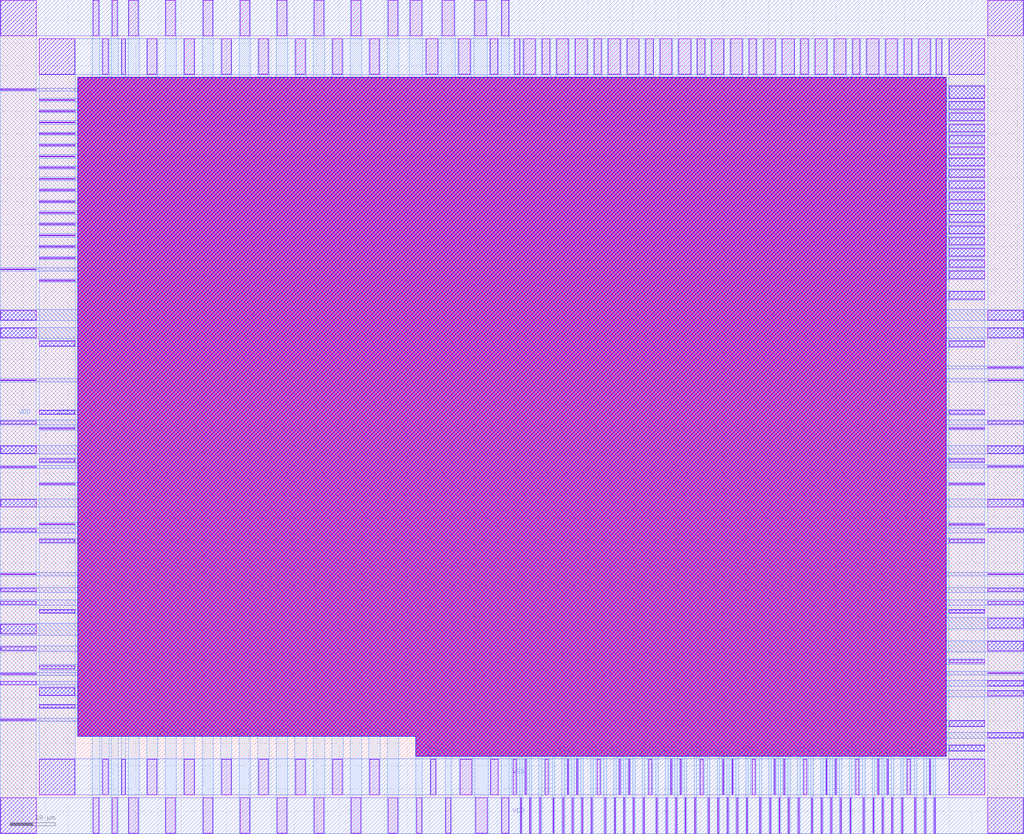
<source format=lef>
# Confidential Information of Artisan Components, Inc.
# Use subject to Artisan Components license.
# Copyright (c) 2003 Artisan Components, Inc.

# ACI Version 2002Q3V1

# Bifilator $Revision: 1.161 $
# ADDED ANTENNAEGATEAREA TO LEF


VERSION 5.4 ;


NAMESCASESENSITIVE ON ;

#BUSBITCHARS "[]" ;

# name: ROM-DIFF-HS ROM Generator|TSMC CL013G Process
# version: 2002Q3V1
# comment: 
# configuration:  -instname "rom_512x16A" -words 512 -bits 16 -frequency 166 -ring_width 8 -code_file "rom_512x16A_verilog.rcf" -mux 8 -drive 6 -top_layer met8 -power_type rings -horiz met3 -vert met4 -cust_comment "" -left_bus_delim "[" -right_bus_delim "]" -pwr_gnd_rename "VDD:VDD,GND:VSS" -prefix "" -pin_space 0.0 -name_case upper -check_instname on -diodes on -inside_ring_type GND

# codefile: rom_512x16A_verilog.rcf


MACRO rom_512x16A
  CLASS RING ;
  FOREIGN rom_512x16A 0 0 ;
  ORIGIN 0 0 ;
  SIZE 226.465 BY 184.645 ;
  SYMMETRY X Y R90 ;
  PIN A[0]
    DIRECTION INPUT ;
    USE SIGNAL ;
    AntennaGateArea  0.039 ;
    PORT
      LAYER METAL1 ;
      RECT 84.54 21.52 85.2 22.18 ;
      LAYER METAL2 ;
      RECT 84.54 21.52 85.2 22.18 ;
      LAYER METAL3 ;
      RECT 84.54 21.52 85.2 22.18 ;
      LAYER METAL4 ;
      RECT 84.54 21.52 85.2 22.18 ;
      END
    END A[0]
  PIN A[1]
    DIRECTION INPUT ;
    USE SIGNAL ;
    AntennaGateArea  0.039 ;
    PORT
      LAYER METAL1 ;
      RECT 80.44 21.52 81.1 22.18 ;
      LAYER METAL2 ;
      RECT 80.44 21.52 81.1 22.18 ;
      LAYER METAL3 ;
      RECT 80.44 21.52 81.1 22.18 ;
      LAYER METAL4 ;
      RECT 80.44 21.52 81.1 22.18 ;
      END
    END A[1]
  PIN A[2]
    DIRECTION INPUT ;
    AntennaGateArea  0.039 ;
    USE SIGNAL ;
    PORT
      LAYER METAL1 ;
      RECT 76.34 21.52 77 22.18 ;
      LAYER METAL2 ;
      RECT 76.34 21.52 77 22.18 ;
      LAYER METAL3 ;
      RECT 76.34 21.52 77 22.18 ;
      LAYER METAL4 ;
      RECT 76.34 21.52 77 22.18 ;
      END
    END A[2]
  PIN A[3]
    DIRECTION INPUT ;
    USE SIGNAL ;
    AntennaGateArea  0.039 ;
    PORT
      LAYER METAL1 ;
      RECT 59.94 21.52 60.6 22.18 ;
      LAYER METAL2 ;
      RECT 59.94 21.52 60.6 22.18 ;
      LAYER METAL3 ;
      RECT 59.94 21.52 60.6 22.18 ;
      LAYER METAL4 ;
      RECT 59.94 21.52 60.6 22.18 ;
      END
    END A[3]
  PIN A[4]
    DIRECTION INPUT ;
    USE SIGNAL ;
    AntennaGateArea  0.039 ;
    PORT
      LAYER METAL1 ;
      RECT 55.84 21.52 56.5 22.18 ;
      LAYER METAL2 ;
      RECT 55.84 21.52 56.5 22.18 ;
      LAYER METAL3 ;
      RECT 55.84 21.52 56.5 22.18 ;
      LAYER METAL4 ;
      RECT 55.84 21.52 56.5 22.18 ;
      END
    END A[4]
  PIN A[5]
    DIRECTION INPUT ;
    USE SIGNAL ;
    AntennaGateArea  0.039 ;
    PORT
      LAYER METAL1 ;
      RECT 51.74 21.52 52.4 22.18 ;
      LAYER METAL2 ;
      RECT 51.74 21.52 52.4 22.18 ;
      LAYER METAL3 ;
      RECT 51.74 21.52 52.4 22.18 ;
      LAYER METAL4 ;
      RECT 51.74 21.52 52.4 22.18 ;
      END
    END A[5]
  PIN A[6]
    DIRECTION INPUT ;
    USE SIGNAL ;
    AntennaGateArea  0.039 ;
    PORT
      LAYER METAL1 ;
      RECT 43.54 21.52 44.2 22.18 ;
      LAYER METAL2 ;
      RECT 43.54 21.52 44.2 22.18 ;
      LAYER METAL3 ;
      RECT 43.54 21.52 44.2 22.18 ;
      LAYER METAL4 ;
      RECT 43.54 21.52 44.2 22.18 ;
      END
    END A[6]
  PIN A[7]
    DIRECTION INPUT ;
    USE SIGNAL ;
    AntennaGateArea  0.039 ;
    PORT
      LAYER METAL1 ;
      RECT 39.44 21.52 40.1 22.18 ;
      LAYER METAL2 ;
      RECT 39.44 21.52 40.1 22.18 ;
      LAYER METAL3 ;
      RECT 39.44 21.52 40.1 22.18 ;
      LAYER METAL4 ;
      RECT 39.44 21.52 40.1 22.18 ;
      END
    END A[7]
  PIN A[8]
    DIRECTION INPUT ;
    USE SIGNAL ;
    AntennaGateArea  0.039 ;
    PORT
      LAYER METAL1 ;
      RECT 35.34 21.52 36 22.18 ;
      LAYER METAL2 ;
      RECT 35.34 21.52 36 22.18 ;
      LAYER METAL3 ;
      RECT 35.34 21.52 36 22.18 ;
      LAYER METAL4 ;
      RECT 35.34 21.52 36 22.18 ;
      END
    END A[8]
  PIN CEN
    DIRECTION INPUT ;
    USE SIGNAL ;
    AntennaGateArea  0.039 ;
    PORT
      LAYER METAL1 ;
      RECT 93.91 17.2 94.57 17.86 ;
      LAYER METAL2 ;
      RECT 93.91 17.2 94.57 17.86 ;
      LAYER METAL3 ;
      RECT 93.91 17.2 94.57 17.86 ;
      LAYER METAL4 ;
      RECT 93.91 17.2 94.57 17.86 ;
      END
    END CEN
  PIN CLK
    DIRECTION INPUT ;
    USE CLOCK ;
    AntennaGateArea  0.039 ;
    PORT
      LAYER METAL1 ;
      RECT 97.065 17.2 97.725 17.86 ;
      LAYER METAL2 ;
      RECT 97.065 17.2 97.725 17.86 ;
      LAYER METAL3 ;
      RECT 97.065 17.2 97.725 17.86 ;
      LAYER METAL4 ;
      RECT 97.065 17.2 97.725 17.86 ;
      END
    END CLK
  PIN Q[0]
    DIRECTION OUTPUT ;
    USE SIGNAL ;
    PORT
      LAYER METAL1 ;
      RECT 118.055 17.2 118.715 17.86 ;
      LAYER METAL2 ;
      RECT 118.055 17.2 118.715 17.86 ;
      LAYER METAL3 ;
      RECT 118.055 17.2 118.715 17.86 ;
      LAYER METAL4 ;
      RECT 118.055 17.2 118.715 17.86 ;
      END
    END Q[0]
  PIN Q[10]
    DIRECTION OUTPUT ;
    USE SIGNAL ;
    PORT
      LAYER METAL1 ;
      RECT 175.255 17.2 175.915 17.86 ;
      LAYER METAL2 ;
      RECT 175.255 17.2 175.915 17.86 ;
      LAYER METAL3 ;
      RECT 175.255 17.2 175.915 17.86 ;
      LAYER METAL4 ;
      RECT 175.255 17.2 175.915 17.86 ;
      END
    END Q[10]
  PIN Q[11]
    DIRECTION OUTPUT ;
    USE SIGNAL ;
    PORT
      LAYER METAL1 ;
      RECT 180.375 17.2 181.035 17.86 ;
      LAYER METAL2 ;
      RECT 180.375 17.2 181.035 17.86 ;
      LAYER METAL3 ;
      RECT 180.375 17.2 181.035 17.86 ;
      LAYER METAL4 ;
      RECT 180.375 17.2 181.035 17.86 ;
      END
    END Q[11]
  PIN Q[12]
    DIRECTION OUTPUT ;
    USE SIGNAL ;
    PORT
      LAYER METAL1 ;
      RECT 186.695 17.2 187.355 17.86 ;
      LAYER METAL2 ;
      RECT 186.695 17.2 187.355 17.86 ;
      LAYER METAL3 ;
      RECT 186.695 17.2 187.355 17.86 ;
      LAYER METAL4 ;
      RECT 186.695 17.2 187.355 17.86 ;
      END
    END Q[12]
  PIN Q[13]
    DIRECTION OUTPUT ;
    USE SIGNAL ;
    PORT
      LAYER METAL1 ;
      RECT 191.815 17.2 192.475 17.86 ;
      LAYER METAL2 ;
      RECT 191.815 17.2 192.475 17.86 ;
      LAYER METAL3 ;
      RECT 191.815 17.2 192.475 17.86 ;
      LAYER METAL4 ;
      RECT 191.815 17.2 192.475 17.86 ;
      END
    END Q[13]
  PIN Q[14]
    DIRECTION OUTPUT ;
    USE SIGNAL ;
    PORT
      LAYER METAL1 ;
      RECT 198.135 17.2 198.795 17.86 ;
      LAYER METAL2 ;
      RECT 198.135 17.2 198.795 17.86 ;
      LAYER METAL3 ;
      RECT 198.135 17.2 198.795 17.86 ;
      LAYER METAL4 ;
      RECT 198.135 17.2 198.795 17.86 ;
      END
    END Q[14]
  PIN Q[15]
    DIRECTION OUTPUT ;
    USE SIGNAL ;
    PORT
      LAYER METAL1 ;
      RECT 203.255 17.2 203.915 17.86 ;
      LAYER METAL2 ;
      RECT 203.255 17.2 203.915 17.86 ;
      LAYER METAL3 ;
      RECT 203.255 17.2 203.915 17.86 ;
      LAYER METAL4 ;
      RECT 203.255 17.2 203.915 17.86 ;
      END
    END Q[15]
  PIN Q[1]
    DIRECTION OUTPUT ;
    USE SIGNAL ;
    PORT
      LAYER METAL1 ;
      RECT 123.175 17.2 123.835 17.86 ;
      LAYER METAL2 ;
      RECT 123.175 17.2 123.835 17.86 ;
      LAYER METAL3 ;
      RECT 123.175 17.2 123.835 17.86 ;
      LAYER METAL4 ;
      RECT 123.175 17.2 123.835 17.86 ;
      END
    END Q[1]
  PIN Q[2]
    DIRECTION OUTPUT ;
    USE SIGNAL ;
    PORT
      LAYER METAL1 ;
      RECT 129.495 17.2 130.155 17.86 ;
      LAYER METAL2 ;
      RECT 129.495 17.2 130.155 17.86 ;
      LAYER METAL3 ;
      RECT 129.495 17.2 130.155 17.86 ;
      LAYER METAL4 ;
      RECT 129.495 17.2 130.155 17.86 ;
      END
    END Q[2]
  PIN Q[3]
    DIRECTION OUTPUT ;
    USE SIGNAL ;
    PORT
      LAYER METAL1 ;
      RECT 134.615 17.2 135.275 17.86 ;
      LAYER METAL2 ;
      RECT 134.615 17.2 135.275 17.86 ;
      LAYER METAL3 ;
      RECT 134.615 17.2 135.275 17.86 ;
      LAYER METAL4 ;
      RECT 134.615 17.2 135.275 17.86 ;
      END
    END Q[3]
  PIN Q[4]
    DIRECTION OUTPUT ;
    USE SIGNAL ;
    PORT
      LAYER METAL1 ;
      RECT 140.935 17.2 141.595 17.86 ;
      LAYER METAL2 ;
      RECT 140.935 17.2 141.595 17.86 ;
      LAYER METAL3 ;
      RECT 140.935 17.2 141.595 17.86 ;
      LAYER METAL4 ;
      RECT 140.935 17.2 141.595 17.86 ;
      END
    END Q[4]
  PIN Q[5]
    DIRECTION OUTPUT ;
    USE SIGNAL ;
    PORT
      LAYER METAL1 ;
      RECT 146.055 17.2 146.715 17.86 ;
      LAYER METAL2 ;
      RECT 146.055 17.2 146.715 17.86 ;
      LAYER METAL3 ;
      RECT 146.055 17.2 146.715 17.86 ;
      LAYER METAL4 ;
      RECT 146.055 17.2 146.715 17.86 ;
      END
    END Q[5]
  PIN Q[6]
    DIRECTION OUTPUT ;
    USE SIGNAL ;
    PORT
      LAYER METAL1 ;
      RECT 152.375 17.2 153.035 17.86 ;
      LAYER METAL2 ;
      RECT 152.375 17.2 153.035 17.86 ;
      LAYER METAL3 ;
      RECT 152.375 17.2 153.035 17.86 ;
      LAYER METAL4 ;
      RECT 152.375 17.2 153.035 17.86 ;
      END
    END Q[6]
  PIN Q[7]
    DIRECTION OUTPUT ;
    USE SIGNAL ;
    PORT
      LAYER METAL1 ;
      RECT 157.495 17.2 158.155 17.86 ;
      LAYER METAL2 ;
      RECT 157.495 17.2 158.155 17.86 ;
      LAYER METAL3 ;
      RECT 157.495 17.2 158.155 17.86 ;
      LAYER METAL4 ;
      RECT 157.495 17.2 158.155 17.86 ;
      END
    END Q[7]
  PIN Q[8]
    DIRECTION OUTPUT ;
    USE SIGNAL ;
    PORT
      LAYER METAL1 ;
      RECT 163.815 17.2 164.475 17.86 ;
      LAYER METAL2 ;
      RECT 163.815 17.2 164.475 17.86 ;
      LAYER METAL3 ;
      RECT 163.815 17.2 164.475 17.86 ;
      LAYER METAL4 ;
      RECT 163.815 17.2 164.475 17.86 ;
      END
    END Q[8]
  PIN Q[9]
    DIRECTION OUTPUT ;
    USE SIGNAL ;
    PORT
      LAYER METAL1 ;
      RECT 168.935 17.2 169.595 17.86 ;
      LAYER METAL2 ;
      RECT 168.935 17.2 169.595 17.86 ;
      LAYER METAL3 ;
      RECT 168.935 17.2 169.595 17.86 ;
      LAYER METAL4 ;
      RECT 168.935 17.2 169.595 17.86 ;
      END
    END Q[9]
  PIN VDD
    DIRECTION INOUT ;
    USE POWER ;
    SHAPE RING ;
    PORT
      LAYER METAL3 ;
      RECT 226.465 176.645 0 184.645 ;
      LAYER METAL3 ;
      RECT 0 0 226.465 8 ;
      LAYER METAL4 ;
      RECT 218.465 0 226.465 184.645 ;
      LAYER METAL4 ;
      RECT 0 184.645 8 0 ;
      END
    END VDD
  PIN VSS
    DIRECTION INOUT ;
    USE GROUND ;
    SHAPE RING ;
    PORT
      LAYER METAL3 ;
      RECT 217.865 168.045 8.6 176.045 ;
      LAYER METAL3 ;
      RECT 8.6 8.6 217.865 16.6 ;
      LAYER METAL4 ;
      RECT 209.865 8.6 217.865 176.045 ;
      LAYER METAL4 ;
      RECT 8.6 176.045 16.6 8.6 ;
      END
    END VSS
  OBS
    LAYER OVERLAP ;
    POLYGON 17.2 21.52 91.99 21.52 91.99 17.2 209.265 17.2 209.265 167.445
      17.2 167.445 ;
    LAYER VIA12 ;
    POLYGON 17.2 21.52 91.99 21.52 91.99 17.2 209.265 17.2 209.265 167.445
      17.2 167.445 ;
    LAYER VIA23 ;
    POLYGON 17.2 21.52 91.99 21.52 91.99 17.2 209.265 17.2 209.265 167.445
      17.2 167.445 ;
    LAYER VIA34 ;
    POLYGON 17.2 21.52 91.99 21.52 91.99 17.2 209.265 17.2 209.265 167.445
      17.2 167.445 ;
    LAYER VIA45 ;
    POLYGON 17.2 21.52 91.99 21.52 91.99 17.2 209.265 17.2 209.265 167.445
      17.2 167.445 ;
    LAYER METAL1 ;
    POLYGON 17.2 167.445 17.2 21.52 35.16 21.52 35.16 22.36 36.18 22.36
      36.18 21.52 39.26 21.52 39.26 22.36 40.28 22.36 40.28 21.52 43.36 21.52
      43.36 22.36 44.38 22.36 44.38 21.52 51.56 21.52 51.56 22.36 52.58 22.36
      52.58 21.52 55.66 21.52 55.66 22.36 56.68 22.36 56.68 21.52 59.76 21.52
      59.76 22.36 60.78 22.36 60.78 21.52 76.16 21.52 76.16 22.36 77.18 22.36
      77.18 21.52 80.26 21.52 80.26 22.36 81.28 22.36 81.28 21.52 84.36 21.52
      84.36 22.36 85.38 22.36 85.38 21.52 91.99 21.52 91.99 17.2 93.73 17.2
      93.73 18.04 94.75 18.04 94.75 17.2 96.885 17.2 96.885 18.04
      97.905 18.04 97.905 17.2 117.875 17.2 117.875 18.04 118.895 18.04
      118.895 17.2 122.995 17.2 122.995 18.04 124.015 18.04 124.015 17.2
      129.315 17.2 129.315 18.04 130.335 18.04 130.335 17.2 134.435 17.2
      134.435 18.04 135.455 18.04 135.455 17.2 140.755 17.2 140.755 18.04
      141.775 18.04 141.775 17.2 145.875 17.2 145.875 18.04 146.895 18.04
      146.895 17.2 152.195 17.2 152.195 18.04 153.215 18.04 153.215 17.2
      157.315 17.2 157.315 18.04 158.335 18.04 158.335 17.2 163.635 17.2
      163.635 18.04 164.655 18.04 164.655 17.2 168.755 17.2 168.755 18.04
      169.775 18.04 169.775 17.2 175.075 17.2 175.075 18.04 176.095 18.04
      176.095 17.2 180.195 17.2 180.195 18.04 181.215 18.04 181.215 17.2
      186.515 17.2 186.515 18.04 187.535 18.04 187.535 17.2 191.635 17.2
      191.635 18.04 192.655 18.04 192.655 17.2 197.955 17.2 197.955 18.04
      198.975 18.04 198.975 17.2 203.075 17.2 203.075 18.04 204.095 18.04
      204.095 17.2 209.265 17.2 209.265 167.445 ;
    LAYER METAL2 ;
    POLYGON 17.2 167.445 17.2 21.52 35.13 21.52 35.13 22.39 36.21 22.39
      36.21 21.52 39.23 21.52 39.23 22.39 40.31 22.39 40.31 21.52 43.33 21.52
      43.33 22.39 44.41 22.39 44.41 21.52 51.53 21.52 51.53 22.39 52.61 22.39
      52.61 21.52 55.63 21.52 55.63 22.39 56.71 22.39 56.71 21.52 59.73 21.52
      59.73 22.39 60.81 22.39 60.81 21.52 76.13 21.52 76.13 22.39 77.21 22.39
      77.21 21.52 80.23 21.52 80.23 22.39 81.31 22.39 81.31 21.52 84.33 21.52
      84.33 22.39 85.41 22.39 85.41 21.52 91.99 21.52 91.99 17.2 93.7 17.2
      93.7 18.07 94.78 18.07 94.78 17.2 96.855 17.2 96.855 18.07 97.935 18.07
      97.935 17.2 117.845 17.2 117.845 18.07 118.925 18.07 118.925 17.2
      122.965 17.2 122.965 18.07 124.045 18.07 124.045 17.2 129.285 17.2
      129.285 18.07 130.365 18.07 130.365 17.2 134.405 17.2 134.405 18.07
      135.485 18.07 135.485 17.2 140.725 17.2 140.725 18.07 141.805 18.07
      141.805 17.2 145.845 17.2 145.845 18.07 146.925 18.07 146.925 17.2
      152.165 17.2 152.165 18.07 153.245 18.07 153.245 17.2 157.285 17.2
      157.285 18.07 158.365 18.07 158.365 17.2 163.605 17.2 163.605 18.07
      164.685 18.07 164.685 17.2 168.725 17.2 168.725 18.07 169.805 18.07
      169.805 17.2 175.045 17.2 175.045 18.07 176.125 18.07 176.125 17.2
      180.165 17.2 180.165 18.07 181.245 18.07 181.245 17.2 186.485 17.2
      186.485 18.07 187.565 18.07 187.565 17.2 191.605 17.2 191.605 18.07
      192.685 18.07 192.685 17.2 197.925 17.2 197.925 18.07 199.005 18.07
      199.005 17.2 203.045 17.2 203.045 18.07 204.125 18.07 204.125 17.2
      209.265 17.2 209.265 167.445 ;
    LAYER METAL3 ;
    POLYGON 17.2 167.445 17.2 21.52 35.13 21.52 35.13 22.39 36.21 22.39
      36.21 21.52 39.23 21.52 39.23 22.39 40.31 22.39 40.31 21.52 43.33 21.52
      43.33 22.39 44.41 22.39 44.41 21.52 51.53 21.52 51.53 22.39 52.61 22.39
      52.61 21.52 55.63 21.52 55.63 22.39 56.71 22.39 56.71 21.52 59.73 21.52
      59.73 22.39 60.81 22.39 60.81 21.52 76.13 21.52 76.13 22.39 77.21 22.39
      77.21 21.52 80.23 21.52 80.23 22.39 81.31 22.39 81.31 21.52 84.33 21.52
      84.33 22.39 85.41 22.39 85.41 21.52 91.99 21.52 91.99 17.2 93.7 17.2
      93.7 18.07 94.78 18.07 94.78 17.2 96.855 17.2 96.855 18.07 97.935 18.07
      97.935 17.2 117.845 17.2 117.845 18.07 118.925 18.07 118.925 17.2
      122.965 17.2 122.965 18.07 124.045 18.07 124.045 17.2 129.285 17.2
      129.285 18.07 130.365 18.07 130.365 17.2 134.405 17.2 134.405 18.07
      135.485 18.07 135.485 17.2 140.725 17.2 140.725 18.07 141.805 18.07
      141.805 17.2 145.845 17.2 145.845 18.07 146.925 18.07 146.925 17.2
      152.165 17.2 152.165 18.07 153.245 18.07 153.245 17.2 157.285 17.2
      157.285 18.07 158.365 18.07 158.365 17.2 163.605 17.2 163.605 18.07
      164.685 18.07 164.685 17.2 168.725 17.2 168.725 18.07 169.805 18.07
      169.805 17.2 175.045 17.2 175.045 18.07 176.125 18.07 176.125 17.2
      180.165 17.2 180.165 18.07 181.245 18.07 181.245 17.2 186.485 17.2
      186.485 18.07 187.565 18.07 187.565 17.2 191.605 17.2 191.605 18.07
      192.685 18.07 192.685 17.2 197.925 17.2 197.925 18.07 199.005 18.07
      199.005 17.2 203.045 17.2 203.045 18.07 204.125 18.07 204.125 17.2
      209.265 17.2 209.265 167.445 ;
    LAYER METAL4 ;
    POLYGON 17.2 167.445 17.2 21.52 35.13 21.52 35.13 22.39 36.21 22.39
      36.21 21.52 39.23 21.52 39.23 22.39 40.31 22.39 40.31 21.52 43.33 21.52
      43.33 22.39 44.41 22.39 44.41 21.52 51.53 21.52 51.53 22.39 52.61 22.39
      52.61 21.52 55.63 21.52 55.63 22.39 56.71 22.39 56.71 21.52 59.73 21.52
      59.73 22.39 60.81 22.39 60.81 21.52 76.13 21.52 76.13 22.39 77.21 22.39
      77.21 21.52 80.23 21.52 80.23 22.39 81.31 22.39 81.31 21.52 84.33 21.52
      84.33 22.39 85.41 22.39 85.41 21.52 91.99 21.52 91.99 17.2 93.7 17.2
      93.7 18.07 94.78 18.07 94.78 17.2 96.855 17.2 96.855 18.07 97.935 18.07
      97.935 17.2 117.845 17.2 117.845 18.07 118.925 18.07 118.925 17.2
      122.965 17.2 122.965 18.07 124.045 18.07 124.045 17.2 129.285 17.2
      129.285 18.07 130.365 18.07 130.365 17.2 134.405 17.2 134.405 18.07
      135.485 18.07 135.485 17.2 140.725 17.2 140.725 18.07 141.805 18.07
      141.805 17.2 145.845 17.2 145.845 18.07 146.925 18.07 146.925 17.2
      152.165 17.2 152.165 18.07 153.245 18.07 153.245 17.2 157.285 17.2
      157.285 18.07 158.365 18.07 158.365 17.2 163.605 17.2 163.605 18.07
      164.685 18.07 164.685 17.2 168.725 17.2 168.725 18.07 169.805 18.07
      169.805 17.2 175.045 17.2 175.045 18.07 176.125 18.07 176.125 17.2
      180.165 17.2 180.165 18.07 181.245 18.07 181.245 17.2 186.485 17.2
      186.485 18.07 187.565 18.07 187.565 17.2 191.605 17.2 191.605 18.07
      192.685 18.07 192.685 17.2 197.925 17.2 197.925 18.07 199.005 18.07
      199.005 17.2 203.045 17.2 203.045 18.07 204.125 18.07 204.125 17.2
      209.265 17.2 209.265 167.445 ;
    LAYER VIA34 ;
    RECT 209.93 168.11 217.8 175.98 ;
    LAYER VIA34 ;
    RECT 8.665 8.665 16.535 16.535 ;
    LAYER VIA34 ;
    RECT 209.93 8.665 217.8 16.535 ;
    LAYER VIA34 ;
    RECT 8.665 168.11 16.535 175.98 ;
    LAYER VIA34 ;
    RECT 218.53 176.71 226.4 184.58 ;
    LAYER VIA34 ;
    RECT 0.065 0.065 7.935 7.935 ;
    LAYER VIA34 ;
    RECT 218.53 0.065 226.4 7.935 ;
    LAYER VIA34 ;
    RECT 0.065 176.71 7.935 184.58 ;
    LAYER METAL4 ;
    RECT 20.41 167.445 21.99 184.645 ;
    LAYER METAL4 ;
    RECT 24.57 167.445 26.15 184.645 ;
    LAYER METAL4 ;
    RECT 28.27 167.445 30.77 184.645 ;
    LAYER METAL4 ;
    RECT 36.47 167.445 38.97 184.645 ;
    LAYER METAL4 ;
    RECT 44.67 167.445 47.17 184.645 ;
    LAYER METAL4 ;
    RECT 52.87 167.445 55.37 184.645 ;
    LAYER METAL4 ;
    RECT 61.07 167.445 63.57 184.645 ;
    LAYER METAL4 ;
    RECT 69.27 167.445 71.77 184.645 ;
    LAYER METAL4 ;
    RECT 77.47 167.445 79.97 184.645 ;
    LAYER METAL4 ;
    RECT 85.67 167.445 88.17 184.645 ;
    LAYER METAL4 ;
    RECT 90.49 167.445 93.49 184.645 ;
    LAYER METAL4 ;
    RECT 97.63 167.445 100.63 184.645 ;
    LAYER METAL4 ;
    RECT 104.77 167.445 107.77 184.645 ;
    LAYER METAL4 ;
    RECT 110.85 167.445 112.65 184.645 ;
    LAYER METAL4 ;
    RECT 20.41 21.52 21.99 0 ;
    LAYER METAL4 ;
    RECT 24.57 21.52 26.15 0 ;
    LAYER METAL4 ;
    RECT 28.27 21.52 30.77 0 ;
    LAYER METAL4 ;
    RECT 36.47 21.52 38.97 0 ;
    LAYER METAL4 ;
    RECT 44.67 21.52 47.17 0 ;
    LAYER METAL4 ;
    RECT 52.87 21.52 55.37 0 ;
    LAYER METAL4 ;
    RECT 61.07 21.52 63.57 0 ;
    LAYER METAL4 ;
    RECT 69.27 21.52 71.77 0 ;
    LAYER METAL4 ;
    RECT 77.47 21.52 79.97 0 ;
    LAYER METAL4 ;
    RECT 85.67 21.52 88.17 0 ;
    LAYER METAL4 ;
    RECT 91.99 17.2 93.39 0 ;
    LAYER METAL4 ;
    RECT 98.415 17.2 99.815 0 ;
    LAYER METAL4 ;
    RECT 105 17.2 108 0 ;
    LAYER METAL4 ;
    RECT 110.85 17.2 112.65 0 ;
    LAYER METAL4 ;
    RECT 114.935 17.2 115.515 0 ;
    LAYER METAL4 ;
    RECT 117.015 17.2 117.595 0 ;
    LAYER METAL4 ;
    RECT 119.185 17.2 119.765 0 ;
    LAYER METAL4 ;
    RECT 122.125 17.2 122.705 0 ;
    LAYER METAL4 ;
    RECT 124.295 17.2 124.875 0 ;
    LAYER METAL4 ;
    RECT 126.375 17.2 126.955 0 ;
    LAYER METAL4 ;
    RECT 128.455 17.2 129.035 0 ;
    LAYER METAL4 ;
    RECT 130.625 17.2 131.205 0 ;
    LAYER METAL4 ;
    RECT 133.565 17.2 134.145 0 ;
    LAYER METAL4 ;
    RECT 135.735 17.2 136.315 0 ;
    LAYER METAL4 ;
    RECT 137.815 17.2 138.395 0 ;
    LAYER METAL4 ;
    RECT 139.895 17.2 140.475 0 ;
    LAYER METAL4 ;
    RECT 142.065 17.2 142.645 0 ;
    LAYER METAL4 ;
    RECT 145.005 17.2 145.585 0 ;
    LAYER METAL4 ;
    RECT 147.175 17.2 147.755 0 ;
    LAYER METAL4 ;
    RECT 149.255 17.2 149.835 0 ;
    LAYER METAL4 ;
    RECT 151.335 17.2 151.915 0 ;
    LAYER METAL4 ;
    RECT 153.505 17.2 154.085 0 ;
    LAYER METAL4 ;
    RECT 156.445 17.2 157.025 0 ;
    LAYER METAL4 ;
    RECT 158.615 17.2 159.195 0 ;
    LAYER METAL4 ;
    RECT 160.695 17.2 161.275 0 ;
    LAYER METAL4 ;
    RECT 162.775 17.2 163.355 0 ;
    LAYER METAL4 ;
    RECT 164.945 17.2 165.525 0 ;
    LAYER METAL4 ;
    RECT 167.885 17.2 168.465 0 ;
    LAYER METAL4 ;
    RECT 170.055 17.2 170.635 0 ;
    LAYER METAL4 ;
    RECT 172.135 17.2 172.715 0 ;
    LAYER METAL4 ;
    RECT 174.215 17.2 174.795 0 ;
    LAYER METAL4 ;
    RECT 176.385 17.2 176.965 0 ;
    LAYER METAL4 ;
    RECT 179.325 17.2 179.905 0 ;
    LAYER METAL4 ;
    RECT 181.495 17.2 182.075 0 ;
    LAYER METAL4 ;
    RECT 183.575 17.2 184.155 0 ;
    LAYER METAL4 ;
    RECT 185.655 17.2 186.235 0 ;
    LAYER METAL4 ;
    RECT 187.825 17.2 188.405 0 ;
    LAYER METAL4 ;
    RECT 190.765 17.2 191.345 0 ;
    LAYER METAL4 ;
    RECT 192.935 17.2 193.515 0 ;
    LAYER METAL4 ;
    RECT 195.015 17.2 195.595 0 ;
    LAYER METAL4 ;
    RECT 197.095 17.2 197.675 0 ;
    LAYER METAL4 ;
    RECT 199.265 17.2 199.845 0 ;
    LAYER METAL4 ;
    RECT 202.205 17.2 202.785 0 ;
    LAYER METAL4 ;
    RECT 204.375 17.2 204.955 0 ;
    LAYER METAL4 ;
    RECT 206.455 17.2 207.035 0 ;
    LAYER METAL3 ;
    RECT 209.265 21.085 226.465 22.485 ;
    LAYER METAL3 ;
    RECT 209.265 30.355 226.465 31.755 ;
    LAYER METAL3 ;
    RECT 209.265 32.615 226.465 34.015 ;
    LAYER METAL3 ;
    RECT 209.265 35.225 226.465 35.925 ;
    LAYER METAL3 ;
    RECT 209.265 40.26 226.465 42.74 ;
    LAYER METAL3 ;
    RECT 209.265 45.325 226.465 47.925 ;
    LAYER METAL3 ;
    RECT 209.265 50.515 226.465 51.755 ;
    LAYER METAL3 ;
    RECT 209.265 53.445 226.465 54.555 ;
    LAYER METAL3 ;
    RECT 209.265 57.13 226.465 57.83 ;
    LAYER METAL3 ;
    RECT 209.265 66.59 226.465 67.7 ;
    LAYER METAL3 ;
    RECT 209.265 72.31 226.465 74.11 ;
    LAYER METAL3 ;
    RECT 209.265 80.945 226.465 81.645 ;
    LAYER METAL3 ;
    RECT 209.265 84.125 226.465 85.925 ;
    LAYER METAL3 ;
    RECT 209.265 90.535 226.465 91.645 ;
    LAYER METAL3 ;
    RECT 209.265 100.045 226.465 100.745 ;
    LAYER METAL3 ;
    RECT 209.265 102.845 226.465 103.545 ;
    LAYER METAL3 ;
    RECT 209.265 109.675 226.465 112.075 ;
    LAYER METAL3 ;
    RECT 209.265 113.61 226.465 116.01 ;
    LAYER METAL3 ;
    RECT 17.2 24.88 0 25.58 ;
    LAYER METAL3 ;
    RECT 17.2 32.955 0 33.755 ;
    LAYER METAL3 ;
    RECT 17.2 35.055 0 35.755 ;
    LAYER METAL3 ;
    RECT 17.2 40.37 0 41.61 ;
    LAYER METAL3 ;
    RECT 17.2 43.96 0 46.56 ;
    LAYER METAL3 ;
    RECT 17.2 50.515 0 51.755 ;
    LAYER METAL3 ;
    RECT 17.2 53.445 0 54.555 ;
    LAYER METAL3 ;
    RECT 17.2 57.13 0 57.83 ;
    LAYER METAL3 ;
    RECT 17.2 66.59 0 67.7 ;
    LAYER METAL3 ;
    RECT 17.2 72.31 0 74.11 ;
    LAYER METAL3 ;
    RECT 17.2 80.885 0 81.585 ;
    LAYER METAL3 ;
    RECT 17.2 84.125 0 85.925 ;
    LAYER METAL3 ;
    RECT 17.2 90.535 0 91.645 ;
    LAYER METAL3 ;
    RECT 17.2 100.045 0 100.745 ;
    LAYER METAL3 ;
    RECT 17.2 109.675 0 112.075 ;
    LAYER METAL3 ;
    RECT 17.2 113.61 0 116.01 ;
    LAYER METAL3 ;
    RECT 17.2 124.62 0 125.32 ;
    LAYER METAL3 ;
    RECT 17.2 164.35 0 165.05 ;
    LAYER METAL4 ;
    RECT 22.49 167.445 24.07 176.045 ;
    LAYER METAL4 ;
    RECT 26.77 167.445 27.77 176.045 ;
    LAYER METAL4 ;
    RECT 32.37 167.445 34.87 176.045 ;
    LAYER METAL4 ;
    RECT 40.57 167.445 43.07 176.045 ;
    LAYER METAL4 ;
    RECT 48.77 167.445 51.27 176.045 ;
    LAYER METAL4 ;
    RECT 56.97 167.445 59.47 176.045 ;
    LAYER METAL4 ;
    RECT 65.17 167.445 67.67 176.045 ;
    LAYER METAL4 ;
    RECT 73.37 167.445 75.87 176.045 ;
    LAYER METAL4 ;
    RECT 81.57 167.445 84.07 176.045 ;
    LAYER METAL4 ;
    RECT 94.06 167.445 97.06 176.045 ;
    LAYER METAL4 ;
    RECT 101.2 167.445 104.2 176.045 ;
    LAYER METAL4 ;
    RECT 108.29 167.445 110.24 176.045 ;
    LAYER METAL4 ;
    RECT 113.67 167.445 115.07 176.045 ;
    LAYER METAL4 ;
    RECT 115.635 167.445 118.635 176.045 ;
    LAYER METAL4 ;
    RECT 119.755 167.445 121.755 176.045 ;
    LAYER METAL4 ;
    RECT 122.915 167.445 125.915 176.045 ;
    LAYER METAL4 ;
    RECT 127.075 167.445 130.075 176.045 ;
    LAYER METAL4 ;
    RECT 131.195 167.445 133.195 176.045 ;
    LAYER METAL4 ;
    RECT 134.355 167.445 137.355 176.045 ;
    LAYER METAL4 ;
    RECT 138.515 167.445 141.515 176.045 ;
    LAYER METAL4 ;
    RECT 142.635 167.445 144.635 176.045 ;
    LAYER METAL4 ;
    RECT 145.795 167.445 148.795 176.045 ;
    LAYER METAL4 ;
    RECT 149.955 167.445 152.955 176.045 ;
    LAYER METAL4 ;
    RECT 154.075 167.445 156.075 176.045 ;
    LAYER METAL4 ;
    RECT 157.235 167.445 160.235 176.045 ;
    LAYER METAL4 ;
    RECT 161.395 167.445 164.395 176.045 ;
    LAYER METAL4 ;
    RECT 165.515 167.445 167.515 176.045 ;
    LAYER METAL4 ;
    RECT 168.675 167.445 171.675 176.045 ;
    LAYER METAL4 ;
    RECT 172.835 167.445 175.835 176.045 ;
    LAYER METAL4 ;
    RECT 176.955 167.445 178.955 176.045 ;
    LAYER METAL4 ;
    RECT 180.115 167.445 183.115 176.045 ;
    LAYER METAL4 ;
    RECT 184.275 167.445 187.275 176.045 ;
    LAYER METAL4 ;
    RECT 188.395 167.445 190.395 176.045 ;
    LAYER METAL4 ;
    RECT 191.555 167.445 194.555 176.045 ;
    LAYER METAL4 ;
    RECT 195.715 167.445 198.715 176.045 ;
    LAYER METAL4 ;
    RECT 199.835 167.445 201.835 176.045 ;
    LAYER METAL4 ;
    RECT 202.995 167.445 205.995 176.045 ;
    LAYER METAL4 ;
    RECT 207.005 167.445 208.405 176.045 ;
    LAYER METAL4 ;
    RECT 22.49 21.52 24.07 8.6 ;
    LAYER METAL4 ;
    RECT 26.77 21.52 27.77 8.6 ;
    LAYER METAL4 ;
    RECT 32.37 21.52 34.87 8.6 ;
    LAYER METAL4 ;
    RECT 40.57 21.52 43.07 8.6 ;
    LAYER METAL4 ;
    RECT 48.77 21.52 51.27 8.6 ;
    LAYER METAL4 ;
    RECT 56.97 21.52 59.47 8.6 ;
    LAYER METAL4 ;
    RECT 65.17 21.52 67.67 8.6 ;
    LAYER METAL4 ;
    RECT 73.37 21.52 75.87 8.6 ;
    LAYER METAL4 ;
    RECT 81.57 21.52 84.07 8.6 ;
    LAYER METAL4 ;
    RECT 95.11 17.2 96.51 8.6 ;
    LAYER METAL4 ;
    RECT 101.54 17.2 104.54 8.6 ;
    LAYER METAL4 ;
    RECT 108.46 17.2 110.24 8.6 ;
    LAYER METAL4 ;
    RECT 113.205 17.2 114.405 8.6 ;
    LAYER METAL4 ;
    RECT 115.975 17.2 116.555 8.6 ;
    LAYER METAL4 ;
    RECT 120.345 17.2 121.545 8.6 ;
    LAYER METAL4 ;
    RECT 125.335 17.2 125.915 8.6 ;
    LAYER METAL4 ;
    RECT 127.415 17.2 127.995 8.6 ;
    LAYER METAL4 ;
    RECT 131.785 17.2 132.985 8.6 ;
    LAYER METAL4 ;
    RECT 136.775 17.2 137.355 8.6 ;
    LAYER METAL4 ;
    RECT 138.855 17.2 139.435 8.6 ;
    LAYER METAL4 ;
    RECT 143.225 17.2 144.425 8.6 ;
    LAYER METAL4 ;
    RECT 148.215 17.2 148.795 8.6 ;
    LAYER METAL4 ;
    RECT 150.295 17.2 150.875 8.6 ;
    LAYER METAL4 ;
    RECT 154.665 17.2 155.865 8.6 ;
    LAYER METAL4 ;
    RECT 159.655 17.2 160.235 8.6 ;
    LAYER METAL4 ;
    RECT 161.735 17.2 162.315 8.6 ;
    LAYER METAL4 ;
    RECT 166.105 17.2 167.305 8.6 ;
    LAYER METAL4 ;
    RECT 171.095 17.2 171.675 8.6 ;
    LAYER METAL4 ;
    RECT 173.175 17.2 173.755 8.6 ;
    LAYER METAL4 ;
    RECT 177.545 17.2 178.745 8.6 ;
    LAYER METAL4 ;
    RECT 182.535 17.2 183.115 8.6 ;
    LAYER METAL4 ;
    RECT 184.615 17.2 185.195 8.6 ;
    LAYER METAL4 ;
    RECT 188.985 17.2 190.185 8.6 ;
    LAYER METAL4 ;
    RECT 193.975 17.2 194.555 8.6 ;
    LAYER METAL4 ;
    RECT 196.055 17.2 196.635 8.6 ;
    LAYER METAL4 ;
    RECT 200.425 17.2 201.625 8.6 ;
    LAYER METAL4 ;
    RECT 205.415 17.2 205.995 8.6 ;
    LAYER METAL3 ;
    RECT 209.265 18.295 217.865 19.695 ;
    LAYER METAL3 ;
    RECT 209.265 23.685 217.865 25.085 ;
    LAYER METAL3 ;
    RECT 209.265 37.51 217.865 38.75 ;
    LAYER METAL3 ;
    RECT 209.265 48.825 217.865 49.625 ;
    LAYER METAL3 ;
    RECT 209.265 64.3 217.865 65.41 ;
    LAYER METAL3 ;
    RECT 209.265 68.16 217.865 68.86 ;
    LAYER METAL3 ;
    RECT 209.265 77.125 217.865 77.825 ;
    LAYER METAL3 ;
    RECT 209.265 82.105 217.865 83.215 ;
    LAYER METAL3 ;
    RECT 209.265 89.375 217.865 90.075 ;
    LAYER METAL3 ;
    RECT 209.265 92.765 217.865 93.875 ;
    LAYER METAL3 ;
    RECT 209.265 107.695 217.865 109.215 ;
    LAYER METAL3 ;
    RECT 209.265 118.19 217.865 120.19 ;
    LAYER METAL3 ;
    RECT 209.265 122.72 217.865 124.72 ;
    LAYER METAL3 ;
    RECT 209.265 125.22 217.865 127.22 ;
    LAYER METAL3 ;
    RECT 209.265 127.72 217.865 129.72 ;
    LAYER METAL3 ;
    RECT 209.265 130.22 217.865 132.22 ;
    LAYER METAL3 ;
    RECT 209.265 132.72 217.865 134.72 ;
    LAYER METAL3 ;
    RECT 209.265 135.22 217.865 137.22 ;
    LAYER METAL3 ;
    RECT 209.265 137.72 217.865 139.72 ;
    LAYER METAL3 ;
    RECT 209.265 140.22 217.865 142.22 ;
    LAYER METAL3 ;
    RECT 209.265 142.72 217.865 144.72 ;
    LAYER METAL3 ;
    RECT 209.265 145.22 217.865 147.22 ;
    LAYER METAL3 ;
    RECT 209.265 147.72 217.865 149.72 ;
    LAYER METAL3 ;
    RECT 209.265 150.22 217.865 152.22 ;
    LAYER METAL3 ;
    RECT 209.265 152.72 217.865 154.72 ;
    LAYER METAL3 ;
    RECT 209.265 155.22 217.865 157.22 ;
    LAYER METAL3 ;
    RECT 209.265 157.72 217.865 159.72 ;
    LAYER METAL3 ;
    RECT 209.265 160.22 217.865 162.22 ;
    LAYER METAL3 ;
    RECT 209.265 162.7 217.865 165.7 ;
    LAYER METAL3 ;
    RECT 17.2 27.815 8.6 28.615 ;
    LAYER METAL3 ;
    RECT 17.2 30.495 8.6 32.495 ;
    LAYER METAL3 ;
    RECT 17.2 36.215 8.6 37.455 ;
    LAYER METAL3 ;
    RECT 17.2 48.825 8.6 49.625 ;
    LAYER METAL3 ;
    RECT 17.2 64.3 8.6 65.41 ;
    LAYER METAL3 ;
    RECT 17.2 68.2 8.6 68.9 ;
    LAYER METAL3 ;
    RECT 17.2 77.125 8.6 77.825 ;
    LAYER METAL3 ;
    RECT 17.2 82.105 8.6 83.215 ;
    LAYER METAL3 ;
    RECT 17.2 89.335 8.6 90.035 ;
    LAYER METAL3 ;
    RECT 17.2 92.82 8.6 93.82 ;
    LAYER METAL3 ;
    RECT 17.2 107.815 8.6 109.215 ;
    LAYER METAL3 ;
    RECT 17.2 122.12 8.6 122.82 ;
    LAYER METAL3 ;
    RECT 17.2 127.12 8.6 127.82 ;
    LAYER METAL3 ;
    RECT 17.2 129.62 8.6 130.32 ;
    LAYER METAL3 ;
    RECT 17.2 132.12 8.6 132.82 ;
    LAYER METAL3 ;
    RECT 17.2 134.62 8.6 135.32 ;
    LAYER METAL3 ;
    RECT 17.2 137.12 8.6 137.82 ;
    LAYER METAL3 ;
    RECT 17.2 139.62 8.6 140.32 ;
    LAYER METAL3 ;
    RECT 17.2 142.12 8.6 142.82 ;
    LAYER METAL3 ;
    RECT 17.2 144.62 8.6 145.32 ;
    LAYER METAL3 ;
    RECT 17.2 147.12 8.6 147.82 ;
    LAYER METAL3 ;
    RECT 17.2 149.62 8.6 150.32 ;
    LAYER METAL3 ;
    RECT 17.2 152.12 8.6 152.82 ;
    LAYER METAL3 ;
    RECT 17.2 154.62 8.6 155.32 ;
    LAYER METAL3 ;
    RECT 17.2 157.12 8.6 157.82 ;
    LAYER METAL3 ;
    RECT 17.2 159.62 8.6 160.32 ;
    LAYER METAL3 ;
    RECT 17.2 162.12 8.6 162.82 ;
    LAYER VIA34 ;
    RECT 20.625 176.71 21.775 184.58 ;
    LAYER VIA34 ;
    RECT 24.785 176.71 25.935 184.58 ;
    LAYER VIA34 ;
    RECT 28.465 176.71 30.575 184.58 ;
    LAYER VIA34 ;
    RECT 36.665 176.71 38.775 184.58 ;
    LAYER VIA34 ;
    RECT 44.865 176.71 46.975 184.58 ;
    LAYER VIA34 ;
    RECT 53.065 176.71 55.175 184.58 ;
    LAYER VIA34 ;
    RECT 61.265 176.71 63.375 184.58 ;
    LAYER VIA34 ;
    RECT 69.465 176.71 71.575 184.58 ;
    LAYER VIA34 ;
    RECT 77.665 176.71 79.775 184.58 ;
    LAYER VIA34 ;
    RECT 85.865 176.71 87.975 184.58 ;
    LAYER VIA34 ;
    RECT 90.695 176.71 93.285 184.58 ;
    LAYER VIA34 ;
    RECT 97.835 176.71 100.425 184.58 ;
    LAYER VIA34 ;
    RECT 104.975 176.71 107.565 184.58 ;
    LAYER VIA34 ;
    RECT 110.935 176.71 112.565 184.58 ;
    LAYER VIA34 ;
    RECT 20.625 0.065 21.775 7.935 ;
    LAYER VIA34 ;
    RECT 24.785 0.065 25.935 7.935 ;
    LAYER VIA34 ;
    RECT 28.465 0.065 30.575 7.935 ;
    LAYER VIA34 ;
    RECT 36.665 0.065 38.775 7.935 ;
    LAYER VIA34 ;
    RECT 44.865 0.065 46.975 7.935 ;
    LAYER VIA34 ;
    RECT 53.065 0.065 55.175 7.935 ;
    LAYER VIA34 ;
    RECT 61.265 0.065 63.375 7.935 ;
    LAYER VIA34 ;
    RECT 69.465 0.065 71.575 7.935 ;
    LAYER VIA34 ;
    RECT 77.665 0.065 79.775 7.935 ;
    LAYER VIA34 ;
    RECT 85.865 0.065 87.975 7.935 ;
    LAYER VIA34 ;
    RECT 92.115 0.065 93.265 7.935 ;
    LAYER VIA34 ;
    RECT 98.54 0.065 99.69 7.935 ;
    LAYER VIA34 ;
    RECT 105.205 0.065 107.795 7.935 ;
    LAYER VIA34 ;
    RECT 110.935 0.065 112.565 7.935 ;
    LAYER VIA34 ;
    RECT 115.13 0.065 115.32 7.935 ;
    LAYER VIA34 ;
    RECT 117.21 0.065 117.4 7.935 ;
    LAYER VIA34 ;
    RECT 119.38 0.065 119.57 7.935 ;
    LAYER VIA34 ;
    RECT 122.32 0.065 122.51 7.935 ;
    LAYER VIA34 ;
    RECT 124.49 0.065 124.68 7.935 ;
    LAYER VIA34 ;
    RECT 126.57 0.065 126.76 7.935 ;
    LAYER VIA34 ;
    RECT 128.65 0.065 128.84 7.935 ;
    LAYER VIA34 ;
    RECT 130.82 0.065 131.01 7.935 ;
    LAYER VIA34 ;
    RECT 133.76 0.065 133.95 7.935 ;
    LAYER VIA34 ;
    RECT 135.93 0.065 136.12 7.935 ;
    LAYER VIA34 ;
    RECT 138.01 0.065 138.2 7.935 ;
    LAYER VIA34 ;
    RECT 140.09 0.065 140.28 7.935 ;
    LAYER VIA34 ;
    RECT 142.26 0.065 142.45 7.935 ;
    LAYER VIA34 ;
    RECT 145.2 0.065 145.39 7.935 ;
    LAYER VIA34 ;
    RECT 147.37 0.065 147.56 7.935 ;
    LAYER VIA34 ;
    RECT 149.45 0.065 149.64 7.935 ;
    LAYER VIA34 ;
    RECT 151.53 0.065 151.72 7.935 ;
    LAYER VIA34 ;
    RECT 153.7 0.065 153.89 7.935 ;
    LAYER VIA34 ;
    RECT 156.64 0.065 156.83 7.935 ;
    LAYER VIA34 ;
    RECT 158.81 0.065 159 7.935 ;
    LAYER VIA34 ;
    RECT 160.89 0.065 161.08 7.935 ;
    LAYER VIA34 ;
    RECT 162.97 0.065 163.16 7.935 ;
    LAYER VIA34 ;
    RECT 165.14 0.065 165.33 7.935 ;
    LAYER VIA34 ;
    RECT 168.08 0.065 168.27 7.935 ;
    LAYER VIA34 ;
    RECT 170.25 0.065 170.44 7.935 ;
    LAYER VIA34 ;
    RECT 172.33 0.065 172.52 7.935 ;
    LAYER VIA34 ;
    RECT 174.41 0.065 174.6 7.935 ;
    LAYER VIA34 ;
    RECT 176.58 0.065 176.77 7.935 ;
    LAYER VIA34 ;
    RECT 179.52 0.065 179.71 7.935 ;
    LAYER VIA34 ;
    RECT 181.69 0.065 181.88 7.935 ;
    LAYER VIA34 ;
    RECT 183.77 0.065 183.96 7.935 ;
    LAYER VIA34 ;
    RECT 185.85 0.065 186.04 7.935 ;
    LAYER VIA34 ;
    RECT 188.02 0.065 188.21 7.935 ;
    LAYER VIA34 ;
    RECT 190.96 0.065 191.15 7.935 ;
    LAYER VIA34 ;
    RECT 193.13 0.065 193.32 7.935 ;
    LAYER VIA34 ;
    RECT 195.21 0.065 195.4 7.935 ;
    LAYER VIA34 ;
    RECT 197.29 0.065 197.48 7.935 ;
    LAYER VIA34 ;
    RECT 199.46 0.065 199.65 7.935 ;
    LAYER VIA34 ;
    RECT 202.4 0.065 202.59 7.935 ;
    LAYER VIA34 ;
    RECT 204.57 0.065 204.76 7.935 ;
    LAYER VIA34 ;
    RECT 206.65 0.065 206.84 7.935 ;
    LAYER VIA34 ;
    RECT 218.53 21.21 226.4 22.36 ;
    LAYER VIA34 ;
    RECT 218.53 30.48 226.4 31.63 ;
    LAYER VIA34 ;
    RECT 218.53 32.74 226.4 33.89 ;
    LAYER VIA34 ;
    RECT 218.53 35.48 226.4 35.67 ;
    LAYER VIA34 ;
    RECT 218.53 40.445 226.4 42.555 ;
    LAYER VIA34 ;
    RECT 218.53 45.57 226.4 47.68 ;
    LAYER VIA34 ;
    RECT 218.53 50.8 226.4 51.47 ;
    LAYER VIA34 ;
    RECT 218.53 53.665 226.4 54.335 ;
    LAYER VIA34 ;
    RECT 218.53 57.385 226.4 57.575 ;
    LAYER VIA34 ;
    RECT 218.53 66.81 226.4 67.48 ;
    LAYER VIA34 ;
    RECT 218.53 72.395 226.4 74.025 ;
    LAYER VIA34 ;
    RECT 218.53 81.2 226.4 81.39 ;
    LAYER VIA34 ;
    RECT 218.53 84.21 226.4 85.84 ;
    LAYER VIA34 ;
    RECT 218.53 90.755 226.4 91.425 ;
    LAYER VIA34 ;
    RECT 218.53 100.3 226.4 100.49 ;
    LAYER VIA34 ;
    RECT 218.53 103.1 226.4 103.29 ;
    LAYER VIA34 ;
    RECT 218.53 109.82 226.4 111.93 ;
    LAYER VIA34 ;
    RECT 218.53 113.755 226.4 115.865 ;
    LAYER VIA34 ;
    RECT 0.065 25.135 7.935 25.325 ;
    LAYER VIA34 ;
    RECT 0.065 33.02 7.935 33.69 ;
    LAYER VIA34 ;
    RECT 0.065 35.31 7.935 35.5 ;
    LAYER VIA34 ;
    RECT 0.065 40.655 7.935 41.325 ;
    LAYER VIA34 ;
    RECT 0.065 44.205 7.935 46.315 ;
    LAYER VIA34 ;
    RECT 0.065 50.8 7.935 51.47 ;
    LAYER VIA34 ;
    RECT 0.065 53.665 7.935 54.335 ;
    LAYER VIA34 ;
    RECT 0.065 57.385 7.935 57.575 ;
    LAYER VIA34 ;
    RECT 0.065 66.81 7.935 67.48 ;
    LAYER VIA34 ;
    RECT 0.065 72.395 7.935 74.025 ;
    LAYER VIA34 ;
    RECT 0.065 81.14 7.935 81.33 ;
    LAYER VIA34 ;
    RECT 0.065 84.21 7.935 85.84 ;
    LAYER VIA34 ;
    RECT 0.065 90.755 7.935 91.425 ;
    LAYER VIA34 ;
    RECT 0.065 100.3 7.935 100.49 ;
    LAYER VIA34 ;
    RECT 0.065 109.82 7.935 111.93 ;
    LAYER VIA34 ;
    RECT 0.065 113.755 7.935 115.865 ;
    LAYER VIA34 ;
    RECT 0.065 124.875 7.935 125.065 ;
    LAYER VIA34 ;
    RECT 0.065 164.605 7.935 164.795 ;
    LAYER VIA34 ;
    RECT 22.705 168.11 23.855 175.98 ;
    LAYER VIA34 ;
    RECT 26.935 168.11 27.605 175.98 ;
    LAYER VIA34 ;
    RECT 32.565 168.11 34.675 175.98 ;
    LAYER VIA34 ;
    RECT 40.765 168.11 42.875 175.98 ;
    LAYER VIA34 ;
    RECT 48.965 168.11 51.075 175.98 ;
    LAYER VIA34 ;
    RECT 57.165 168.11 59.275 175.98 ;
    LAYER VIA34 ;
    RECT 65.365 168.11 67.475 175.98 ;
    LAYER VIA34 ;
    RECT 73.565 168.11 75.675 175.98 ;
    LAYER VIA34 ;
    RECT 81.765 168.11 83.875 175.98 ;
    LAYER VIA34 ;
    RECT 94.265 168.11 96.855 175.98 ;
    LAYER VIA34 ;
    RECT 101.405 168.11 103.995 175.98 ;
    LAYER VIA34 ;
    RECT 108.45 168.11 110.08 175.98 ;
    LAYER VIA34 ;
    RECT 113.795 168.11 114.945 175.98 ;
    LAYER VIA34 ;
    RECT 115.84 168.11 118.43 175.98 ;
    LAYER VIA34 ;
    RECT 119.94 168.11 121.57 175.98 ;
    LAYER VIA34 ;
    RECT 123.12 168.11 125.71 175.98 ;
    LAYER VIA34 ;
    RECT 127.28 168.11 129.87 175.98 ;
    LAYER VIA34 ;
    RECT 131.38 168.11 133.01 175.98 ;
    LAYER VIA34 ;
    RECT 134.56 168.11 137.15 175.98 ;
    LAYER VIA34 ;
    RECT 138.72 168.11 141.31 175.98 ;
    LAYER VIA34 ;
    RECT 142.82 168.11 144.45 175.98 ;
    LAYER VIA34 ;
    RECT 146 168.11 148.59 175.98 ;
    LAYER VIA34 ;
    RECT 150.16 168.11 152.75 175.98 ;
    LAYER VIA34 ;
    RECT 154.26 168.11 155.89 175.98 ;
    LAYER VIA34 ;
    RECT 157.44 168.11 160.03 175.98 ;
    LAYER VIA34 ;
    RECT 161.6 168.11 164.19 175.98 ;
    LAYER VIA34 ;
    RECT 165.7 168.11 167.33 175.98 ;
    LAYER VIA34 ;
    RECT 168.88 168.11 171.47 175.98 ;
    LAYER VIA34 ;
    RECT 173.04 168.11 175.63 175.98 ;
    LAYER VIA34 ;
    RECT 177.14 168.11 178.77 175.98 ;
    LAYER VIA34 ;
    RECT 180.32 168.11 182.91 175.98 ;
    LAYER VIA34 ;
    RECT 184.48 168.11 187.07 175.98 ;
    LAYER VIA34 ;
    RECT 188.58 168.11 190.21 175.98 ;
    LAYER VIA34 ;
    RECT 191.76 168.11 194.35 175.98 ;
    LAYER VIA34 ;
    RECT 195.92 168.11 198.51 175.98 ;
    LAYER VIA34 ;
    RECT 200.02 168.11 201.65 175.98 ;
    LAYER VIA34 ;
    RECT 203.2 168.11 205.79 175.98 ;
    LAYER VIA34 ;
    RECT 207.13 168.11 208.28 175.98 ;
    LAYER VIA34 ;
    RECT 22.705 8.665 23.855 16.535 ;
    LAYER VIA34 ;
    RECT 26.935 8.665 27.605 16.535 ;
    LAYER VIA34 ;
    RECT 32.565 8.665 34.675 16.535 ;
    LAYER VIA34 ;
    RECT 40.765 8.665 42.875 16.535 ;
    LAYER VIA34 ;
    RECT 48.965 8.665 51.075 16.535 ;
    LAYER VIA34 ;
    RECT 57.165 8.665 59.275 16.535 ;
    LAYER VIA34 ;
    RECT 65.365 8.665 67.475 16.535 ;
    LAYER VIA34 ;
    RECT 73.565 8.665 75.675 16.535 ;
    LAYER VIA34 ;
    RECT 81.765 8.665 83.875 16.535 ;
    LAYER VIA34 ;
    RECT 95.235 8.665 96.385 16.535 ;
    LAYER VIA34 ;
    RECT 101.745 8.665 104.335 16.535 ;
    LAYER VIA34 ;
    RECT 108.535 8.665 110.165 16.535 ;
    LAYER VIA34 ;
    RECT 113.47 8.665 114.14 16.535 ;
    LAYER VIA34 ;
    RECT 116.17 8.665 116.36 16.535 ;
    LAYER VIA34 ;
    RECT 120.61 8.665 121.28 16.535 ;
    LAYER VIA34 ;
    RECT 125.53 8.665 125.72 16.535 ;
    LAYER VIA34 ;
    RECT 127.61 8.665 127.8 16.535 ;
    LAYER VIA34 ;
    RECT 132.05 8.665 132.72 16.535 ;
    LAYER VIA34 ;
    RECT 136.97 8.665 137.16 16.535 ;
    LAYER VIA34 ;
    RECT 139.05 8.665 139.24 16.535 ;
    LAYER VIA34 ;
    RECT 143.49 8.665 144.16 16.535 ;
    LAYER VIA34 ;
    RECT 148.41 8.665 148.6 16.535 ;
    LAYER VIA34 ;
    RECT 150.49 8.665 150.68 16.535 ;
    LAYER VIA34 ;
    RECT 154.93 8.665 155.6 16.535 ;
    LAYER VIA34 ;
    RECT 159.85 8.665 160.04 16.535 ;
    LAYER VIA34 ;
    RECT 161.93 8.665 162.12 16.535 ;
    LAYER VIA34 ;
    RECT 166.37 8.665 167.04 16.535 ;
    LAYER VIA34 ;
    RECT 171.29 8.665 171.48 16.535 ;
    LAYER VIA34 ;
    RECT 173.37 8.665 173.56 16.535 ;
    LAYER VIA34 ;
    RECT 177.81 8.665 178.48 16.535 ;
    LAYER VIA34 ;
    RECT 182.73 8.665 182.92 16.535 ;
    LAYER VIA34 ;
    RECT 184.81 8.665 185 16.535 ;
    LAYER VIA34 ;
    RECT 189.25 8.665 189.92 16.535 ;
    LAYER VIA34 ;
    RECT 194.17 8.665 194.36 16.535 ;
    LAYER VIA34 ;
    RECT 196.25 8.665 196.44 16.535 ;
    LAYER VIA34 ;
    RECT 200.69 8.665 201.36 16.535 ;
    LAYER VIA34 ;
    RECT 205.61 8.665 205.8 16.535 ;
    LAYER VIA34 ;
    RECT 209.93 18.42 217.8 19.57 ;
    LAYER VIA34 ;
    RECT 209.93 23.81 217.8 24.96 ;
    LAYER VIA34 ;
    RECT 209.93 37.795 217.8 38.465 ;
    LAYER VIA34 ;
    RECT 209.93 48.89 217.8 49.56 ;
    LAYER VIA34 ;
    RECT 209.93 64.52 217.8 65.19 ;
    LAYER VIA34 ;
    RECT 209.93 68.415 217.8 68.605 ;
    LAYER VIA34 ;
    RECT 209.93 77.38 217.8 77.57 ;
    LAYER VIA34 ;
    RECT 209.93 82.325 217.8 82.995 ;
    LAYER VIA34 ;
    RECT 209.93 89.63 217.8 89.82 ;
    LAYER VIA34 ;
    RECT 209.93 92.985 217.8 93.655 ;
    LAYER VIA34 ;
    RECT 209.93 107.88 217.8 109.03 ;
    LAYER VIA34 ;
    RECT 209.93 118.375 217.8 120.005 ;
    LAYER VIA34 ;
    RECT 209.93 122.905 217.8 124.535 ;
    LAYER VIA34 ;
    RECT 209.93 125.405 217.8 127.035 ;
    LAYER VIA34 ;
    RECT 209.93 127.905 217.8 129.535 ;
    LAYER VIA34 ;
    RECT 209.93 130.405 217.8 132.035 ;
    LAYER VIA34 ;
    RECT 209.93 132.905 217.8 134.535 ;
    LAYER VIA34 ;
    RECT 209.93 135.405 217.8 137.035 ;
    LAYER VIA34 ;
    RECT 209.93 137.905 217.8 139.535 ;
    LAYER VIA34 ;
    RECT 209.93 140.405 217.8 142.035 ;
    LAYER VIA34 ;
    RECT 209.93 142.905 217.8 144.535 ;
    LAYER VIA34 ;
    RECT 209.93 145.405 217.8 147.035 ;
    LAYER VIA34 ;
    RECT 209.93 147.905 217.8 149.535 ;
    LAYER VIA34 ;
    RECT 209.93 150.405 217.8 152.035 ;
    LAYER VIA34 ;
    RECT 209.93 152.905 217.8 154.535 ;
    LAYER VIA34 ;
    RECT 209.93 155.405 217.8 157.035 ;
    LAYER VIA34 ;
    RECT 209.93 157.905 217.8 159.535 ;
    LAYER VIA34 ;
    RECT 209.93 160.405 217.8 162.035 ;
    LAYER VIA34 ;
    RECT 209.93 162.905 217.8 165.495 ;
    LAYER VIA34 ;
    RECT 8.665 27.88 16.535 28.55 ;
    LAYER VIA34 ;
    RECT 8.665 30.68 16.535 32.31 ;
    LAYER VIA34 ;
    RECT 8.665 36.5 16.535 37.17 ;
    LAYER VIA34 ;
    RECT 8.665 48.89 16.535 49.56 ;
    LAYER VIA34 ;
    RECT 8.665 64.52 16.535 65.19 ;
    LAYER VIA34 ;
    RECT 8.665 68.455 16.535 68.645 ;
    LAYER VIA34 ;
    RECT 8.665 77.38 16.535 77.57 ;
    LAYER VIA34 ;
    RECT 8.665 82.325 16.535 82.995 ;
    LAYER VIA34 ;
    RECT 8.665 89.59 16.535 89.78 ;
    LAYER VIA34 ;
    RECT 8.665 92.985 16.535 93.655 ;
    LAYER VIA34 ;
    RECT 8.665 107.94 16.535 109.09 ;
    LAYER VIA34 ;
    RECT 8.665 122.375 16.535 122.565 ;
    LAYER VIA34 ;
    RECT 8.665 127.375 16.535 127.565 ;
    LAYER VIA34 ;
    RECT 8.665 129.875 16.535 130.065 ;
    LAYER VIA34 ;
    RECT 8.665 132.375 16.535 132.565 ;
    LAYER VIA34 ;
    RECT 8.665 134.875 16.535 135.065 ;
    LAYER VIA34 ;
    RECT 8.665 137.375 16.535 137.565 ;
    LAYER VIA34 ;
    RECT 8.665 139.875 16.535 140.065 ;
    LAYER VIA34 ;
    RECT 8.665 142.375 16.535 142.565 ;
    LAYER VIA34 ;
    RECT 8.665 144.875 16.535 145.065 ;
    LAYER VIA34 ;
    RECT 8.665 147.375 16.535 147.565 ;
    LAYER VIA34 ;
    RECT 8.665 149.875 16.535 150.065 ;
    LAYER VIA34 ;
    RECT 8.665 152.375 16.535 152.565 ;
    LAYER VIA34 ;
    RECT 8.665 154.875 16.535 155.065 ;
    LAYER VIA34 ;
    RECT 8.665 157.375 16.535 157.565 ;
    LAYER VIA34 ;
    RECT 8.665 159.875 16.535 160.065 ;
    LAYER VIA34 ;
    RECT 8.665 162.375 16.535 162.565 ;
    END
  #BEGINEXT "VSI SIGNATURE 1.0"
    #CREATOR "Artisan Components, Inc." ;
    #DATE "2003-10-27" ;
    #REVISION "1.0" ;
    #ENDEXT
  END rom_512x16A
END LIBRARY


</source>
